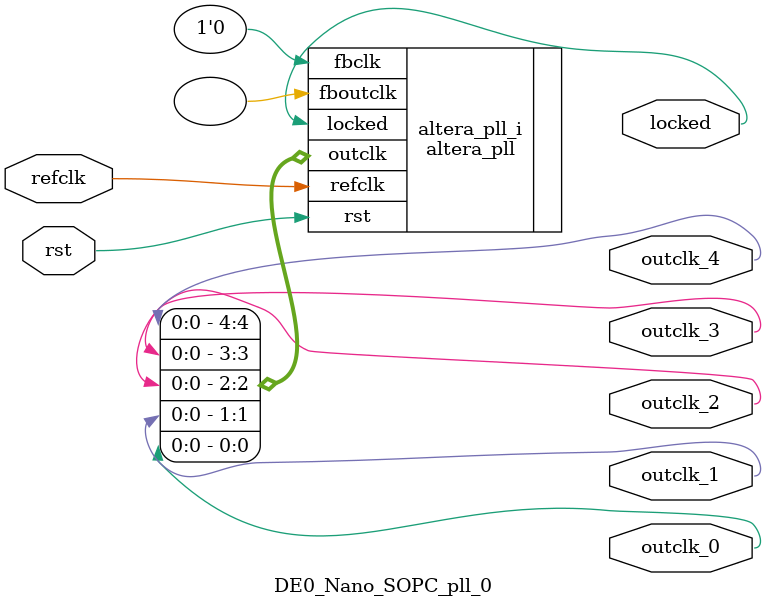
<source format=v>
`timescale 1ns/10ps
module  DE0_Nano_SOPC_pll_0(

	// interface 'refclk'
	input wire refclk,

	// interface 'reset'
	input wire rst,

	// interface 'outclk0'
	output wire outclk_0,

	// interface 'outclk1'
	output wire outclk_1,

	// interface 'outclk2'
	output wire outclk_2,

	// interface 'outclk3'
	output wire outclk_3,

	// interface 'outclk4'
	output wire outclk_4,

	// interface 'locked'
	output wire locked
);

	altera_pll #(
		.fractional_vco_multiplier("false"),
		.reference_clock_frequency("50.0 MHz"),
		.operation_mode("normal"),
		.number_of_clocks(5),
		.output_clock_frequency0("100.000000 MHz"),
		.phase_shift0("0 ps"),
		.duty_cycle0(50),
		.output_clock_frequency1("100.000000 MHz"),
		.phase_shift1("8333 ps"),
		.duty_cycle1(50),
		.output_clock_frequency2("10.000000 MHz"),
		.phase_shift2("0 ps"),
		.duty_cycle2(50),
		.output_clock_frequency3("40.000000 MHz"),
		.phase_shift3("0 ps"),
		.duty_cycle3(50),
		.output_clock_frequency4("2.000000 MHz"),
		.phase_shift4("0 ps"),
		.duty_cycle4(50),
		.output_clock_frequency5("0 MHz"),
		.phase_shift5("0 ps"),
		.duty_cycle5(50),
		.output_clock_frequency6("0 MHz"),
		.phase_shift6("0 ps"),
		.duty_cycle6(50),
		.output_clock_frequency7("0 MHz"),
		.phase_shift7("0 ps"),
		.duty_cycle7(50),
		.output_clock_frequency8("0 MHz"),
		.phase_shift8("0 ps"),
		.duty_cycle8(50),
		.output_clock_frequency9("0 MHz"),
		.phase_shift9("0 ps"),
		.duty_cycle9(50),
		.output_clock_frequency10("0 MHz"),
		.phase_shift10("0 ps"),
		.duty_cycle10(50),
		.output_clock_frequency11("0 MHz"),
		.phase_shift11("0 ps"),
		.duty_cycle11(50),
		.output_clock_frequency12("0 MHz"),
		.phase_shift12("0 ps"),
		.duty_cycle12(50),
		.output_clock_frequency13("0 MHz"),
		.phase_shift13("0 ps"),
		.duty_cycle13(50),
		.output_clock_frequency14("0 MHz"),
		.phase_shift14("0 ps"),
		.duty_cycle14(50),
		.output_clock_frequency15("0 MHz"),
		.phase_shift15("0 ps"),
		.duty_cycle15(50),
		.output_clock_frequency16("0 MHz"),
		.phase_shift16("0 ps"),
		.duty_cycle16(50),
		.output_clock_frequency17("0 MHz"),
		.phase_shift17("0 ps"),
		.duty_cycle17(50),
		.pll_type("General"),
		.pll_subtype("General")
	) altera_pll_i (
		.rst	(rst),
		.outclk	({outclk_4, outclk_3, outclk_2, outclk_1, outclk_0}),
		.locked	(locked),
		.fboutclk	( ),
		.fbclk	(1'b0),
		.refclk	(refclk)
	);
endmodule


</source>
